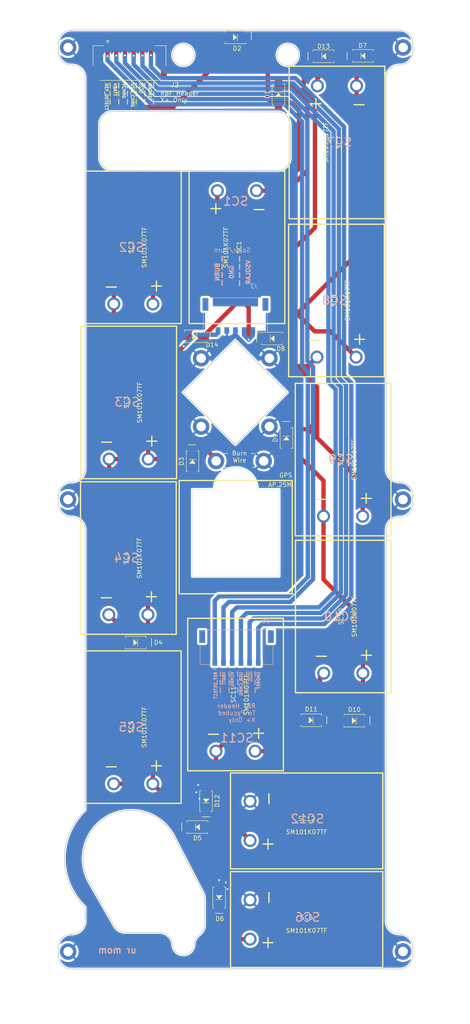
<source format=kicad_pcb>
(kicad_pcb (version 20240108) (generator "pcbnew") (generator_version "8.0")
  (title_block (title "Stationary X Panel") (date "2024-05-08") (rev "1b") (company "Stanford Student Space Initiative") (comment 1 "Finn Hittson, with minor edits by Hunter Liu"))
  (layers (0 "F.Cu" signal) (31 "B.Cu" signal) (34 "B.Paste" user) (35 "F.Paste" user) (36 "B.SilkS" user "B.Silkscreen") (37 "F.SilkS" user "F.Silkscreen") (38 "B.Mask" user) (39 "F.Mask" user) (44 "Edge.Cuts" user))
  (net 0 "")
  (net 1 "VSOLAR")
  (net 2 "GND")
  (net 3 "Net-(D1-K)")
  (net 4 "Net-(D1-A)")
  (net 5 "Net-(D2-A)")
  (net 6 "Net-(D10-K)")
  (net 7 "Net-(D10-A)")
  (net 8 "Net-(D11-A)")
  (net 9 "Net-(D3-A)")
  (net 10 "Net-(D4-A)")
  (net 11 "Net-(D5-A)")
  (net 12 "Net-(D7-A)")
  (net 13 "Net-(D8-A)")
  (net 14 "BURN")
  (net 15 "Net-(D13-A)")
  (net 20 "/VUSB_OUT")
  (net 21 "/VUSB_BATT")
  (net 22 "/VCHRG")
  (net 23 "/VBATT")
  (net 24 "/PYCUBED_GND")
  (net 25 "/PYCUBED_GNDREF")
  (footprint "MountingHole:MountingHole_2.2mm_M2_DIN965_Pad_TopBottom" (layer "F.Cu") (at 108.075 129.165)
    (property "Reference" "H12" (hide yes))
    (property "Value" "MountingHole_Pad" (hide yes))
  )
  (footprint "ssi_solarcell:SM101K07TF" (layer "F.Cu") (at 92.785 83.475 -90)
    (property "Reference" "SC8")
    (property "Value" "SM101K07TF")
  )
  (footprint "ssi_diode:DO-214AC" (layer "F.Cu") (at 60.198 91.694 180)
    (property "Reference" "D14")
    (property "Value" "CDBA240LL")
  )
  (footprint "ssi_diode:DO-214AC" (layer "F.Cu") (at 65.811 220.537 90)
    (property "Reference" "D6")
    (property "Value" "CDBA240LL")
  )
  (footprint "ssi_solarcell:SM101K07TF" (layer "F.Cu") (at 46.085 71.275 -90)
    (property "Reference" "SC2")
    (property "Value" "SM101K07TF")
  )
  (footprint "ssi_diode:DO-214AC" (layer "F.Cu") (at 46.635 161.995 180)
    (property "Reference" "D4")
    (property "Value" "CDBA240LL")
  )
  (footprint "ssi_diode:DO-214AC" (layer "F.Cu") (at 69.55 23.075 180)
    (property "Reference" "D2")
    (property "Value" "CDBA240LL")
  )
  (footprint "MountingHole:MountingHole_2.2mm_M2_DIN965_Pad_TopBottom" (layer "F.Cu") (at 31.095 232.915)
    (property "Reference" "H8" (hide yes))
    (property "Value" "MountingHole_Pad" (hide yes))
  )
  (footprint "ssi_solarcell:SM101K07TF" (layer "F.Cu") (at 69.895 71.275 90)
    (property "Reference" "SC1")
    (property "Value" "SM101K07TF")
  )
  (footprint "ssi_solarcell:SM101K07TF" (layer "F.Cu") (at 85.915 202.935 180)
    (property "Reference" "SC12")
    (property "Value" "SM101K07TF")
  )
  (footprint "ssi_solarcell:SM101K07TF" (layer "F.Cu") (at 69.575 173.925 -90)
    (property "Reference" "SC11")
    (property "Value" "SM101K07TF")
  )
  (footprint "ssi_diode:DO-214AC" (layer "F.Cu") (at 59.69 120.396 -90)
    (property "Reference" "D3")
    (property "Value" "CDBA240LL")
  )
  (footprint "ssi_diode:DO-214AC" (layer "F.Cu") (at 86.985 179.835 180)
    (property "Reference" "D11")
    (property "Value" "CDBA240LL")
  )
  (footprint "ssi_diode:DO-214AC" (layer "F.Cu") (at 60.815 204.335)
    (property "Reference" "D5")
    (property "Value" "CDBA240LL")
  )
  (footprint "ssi_solarcell:SM101K07TF" (layer "F.Cu") (at 94.305 119.995 -90)
    (property "Reference" "SC9")
    (property "Value" "SM101K07TF")
  )
  (footprint "ssi_connector:Molex_205338-0006" (layer "F.Cu") (at 40.2 25.425 180)
    (property "Reference" "J2")
    (property "Value" "2053380006")
  )
  (footprint "MountingHole:MountingHole_2.2mm_M2_DIN965_Pad_TopBottom" (layer "F.Cu") (at 31.075 129.155)
    (property "Reference" "H9" (hide yes))
    (property "Value" "MountingHole_Pad" (hide yes))
  )
  (footprint "ssi_diode:DO-214AC" (layer "F.Cu") (at 79.435 36.195 -90)
    (property "Reference" "D1")
    (property "Value" "CDBA240LL")
  )
  (footprint "ssi_antenna:AP.25M" (layer "F.Cu") (at 69.62 137.8)
    (property "Reference" "AE1" (hide yes))
    (property "Value" "AP.25M")
  )
  (footprint "MountingHole:MountingHole_2.2mm_M2_DIN965_Pad_TopBottom" (layer "F.Cu") (at 61.666115 112.421156)
    (property "Reference" "H3" (hide yes))
    (property "Value" "MountingHole_Pad" (hide yes))
  )
  (footprint "ssi_diode:DO-214AC" (layer "F.Cu") (at 77.978 92.202)
    (property "Reference" "D8")
    (property "Value" "CDBA240LL")
  )
  (footprint "ssi_solarcell:SM101K07TF" (layer "F.Cu") (at 92.895 47.205 90)
    (property "Reference" "SC7")
    (property "Value" "SM101K07TF")
  )
  (footprint "MountingHole:MountingHole_2.2mm_M2_DIN965_Pad_TopBottom" (layer "F.Cu") (at 31.085 25.415)
    (property "Reference" "H10" (hide yes))
    (property "Value" "MountingHole_Pad" (hide yes))
  )
  (footprint "MountingHole:MountingHole_2.2mm_M2_DIN965_Pad_TopBottom" (layer "F.Cu") (at 76.045 120.315)
    (property "Reference" "H2" (hide yes))
    (property "Value" "MountingHole_Pad" (hide yes))
  )
  (footprint "ssi_solarcell:SM101K07TF" (layer "F.Cu") (at 85.915 225.575 180)
    (property "Reference" "SC6")
    (property "Value" "SM101K07TF")
  )
  (footprint "MountingHole:MountingHole_2.2mm_M2_DIN965_Pad_TopBottom" (layer "F.Cu") (at 61.666115 96.723386)
    (property "Reference" "H5" (hide yes))
    (property "Value" "MountingHole_Pad" (hide yes))
  )
  (footprint "ssi_solarcell:SM101K07TF" (layer "F.Cu") (at 46.065 181.405 -90)
    (property "Reference" "SC5")
    (property "Value" "SM101K07TF")
  )
  (footprint "MountingHole:MountingHole_2.2mm_M2_DIN965_Pad_TopBottom" (layer "F.Cu") (at 108.075 232.905)
    (property "Reference" "H7" (hide yes))
    (property "Value" "MountingHole_Pad" (hide yes))
  )
  (footprint "MountingHole:MountingHole_2.2mm_M2_DIN965_Pad_TopBottom" (layer "F.Cu") (at 77.363885 112.421156)
    (property "Reference" "H4" (hide yes))
    (property "Value" "MountingHole_Pad" (hide yes))
  )
  (footprint "ssi_diode:DO-214AC" (layer "F.Cu") (at 89.825 27.415)
    (property "Reference" "D13")
    (property "Value" "CDBA240LL")
  )
  (footprint "ssi_diode:DO-214AC" (layer "F.Cu") (at 81.265 115.025 -90)
    (property "Reference" "D9")
    (property "Value" "CDBA240LL")
  )
  (footprint "ssi_diode:DO-214AC" (layer "F.Cu") (at 62.785 198.375 90)
    (property "Reference" "D12")
    (property "Value" "CDBA240LL")
  )
  (footprint "MountingHole:MountingHole_2.2mm_M2_DIN965_Pad_TopBottom" (layer "F.Cu") (at 108.095 25.405)
    (property "Reference" "H11" (hide yes))
    (property "Value" "MountingHole_Pad" (hide yes))
  )
  (footprint "ssi_solarcell:SM101K07TF" (layer "F.Cu") (at 44.935 142.595 -90)
    (property "Reference" "SC4")
    (property "Value" "SM101K07TF")
  )
  (footprint "ssi_solarcell:SM101K07TF" (layer "F.Cu") (at 45.015 106.875 -90)
    (property "Reference" "SC3")
    (property "Value" "SM101K07TF")
  )
  (footprint "ssi_diode:DO-214AC" (layer "F.Cu") (at 96.895 179.925 180)
    (property "Reference" "D10")
    (property "Value" "CDBA240LL")
  )
  (footprint "ssi_solarcell:SM101K07TF" (layer "F.Cu") (at 94.355 156.015 -90)
    (property "Reference" "SC10")
    (property "Value" "SM101K07TF")
  )
  (footprint "MountingHole:MountingHole_2.2mm_M2_DIN965_Pad_TopBottom" (layer "F.Cu") (at 77.363885 96.723386)
    (property "Reference" "H6" (hide yes))
    (property "Value" "MountingHole_Pad" (hide yes))
  )
  (footprint "MountingHole:MountingHole_2.2mm_M2_DIN965_Pad_TopBottom" (layer "F.Cu") (at 65.1 120.315)
    (property "Reference" "H1" (hide yes))
    (property "Value" "MountingHole_Pad" (hide yes))
  )
  (footprint "ssi_diode:DO-214AC" (layer "F.Cu") (at 98.835 27.325)
    (property "Reference" "D7")
    (property "Value" "CDBA240LL")
  )
  (footprint "ssi_connector:Molex_205338-0005" (layer "B.Cu") (at 65.55 90.35 180)
    (property "Reference" "J3")
    (property "Value" "2053380005")
  )
  (footprint "ssi_connector:Molex_205338-0006" (layer "B.Cu") (at 64.805 166.6 180)
    (property "Reference" "J1")
    (property "Value" "2053380006")
  )
  (gr_line (start 82.145 111.252) (end 80.345 111.252) (stroke (width 0.15)) (layer "F.SilkS"))
  (gr_line (start 63.67 202) (end 61.87 202) (stroke (width 0.15)) (layer "F.SilkS"))
  (gr_line (start 100.47 180.825) (end 100.47 179.025) (stroke (width 0.15)) (layer "F.SilkS"))
  (gr_line (start 57.22 205.25) (end 57.22 203.45) (stroke (width 0.15)) (layer "F.SilkS"))
  (gr_line (start 60.474 116.586) (end 58.674 116.586) (stroke (width 0.15)) (layer "F.SilkS"))
  (gr_line (start 74.438 91.242) (end 74.438 93.042) (stroke (width 0.15)) (layer "F.SilkS"))
  (gr_line (start 66.695 224.15) (end 64.895 224.15) (stroke (width 0.15)) (layer "F.SilkS"))
  (gr_line (start 90.545 178.95) (end 90.545 180.75) (stroke (width 0.15)) (layer "F.SilkS"))
  (gr_line (start 95.22 28.225) (end 95.22 26.425) (stroke (width 0.15)) (layer "F.SilkS"))
  (gr_line (start 86.22 28.325) (end 86.22 26.525) (stroke (width 0.15)) (layer "F.SilkS"))
  (gr_line (start 50.245 162.875) (end 50.245 161.075) (stroke (width 0.15)) (layer "F.SilkS"))
  (gr_line (start 73.195 23.7) (end 73.195 21.9) (stroke (width 0.15)) (layer "F.SilkS"))
  (gr_line (start 63.754 92.594) (end 63.754 90.794) (stroke (width 0.15)) (layer "F.SilkS"))
  (gr_circle (center 81.585 27.105) (end 84.085 27.105) (stroke (width 0.2)) (fill none) (layer "Edge.Cuts"))
  (gr_line (start 104.16 225.905) (end 104.16 136.155) (stroke (width 0.2)) (layer "Edge.Cuts"))
  (gr_arc (start 107.335 125.155) (mid 109.45632 126.03368) (end 110.335 128.155) (stroke (width 0.2)) (layer "Edge.Cuts"))
  (gr_line (start 41.67106 227.049172) (end 35.967089 217.075205) (stroke (width 0.2)) (layer "Edge.Cuts"))
  (gr_arc (start 82.1811 50.693) (mid 81.30242 52.81432) (end 79.1811 53.693) (stroke (width 0.2)) (layer "Edge.Cuts"))
  (gr_line (start 31.835 29.405) (end 32.01 29.405) (stroke (width 0.2)) (layer "Edge.Cuts"))
  (gr_line (start 62.485 220.840832) (end 62.485 226.694897) (stroke (width 0.2)) (layer "Edge.Cuts"))
  (gr_line (start 110.335 233.905) (end 110.335 231.905) (stroke (width 0.2)) (layer "Edge.Cuts"))
  (gr_line (start 35.01 222.681595) (end 35.01 225.905) (stroke (width 0.2)) (layer "Edge.Cuts"))
  (gr_arc (start 110.335 130.155) (mid 109.45632 132.27632) (end 107.335 133.155) (stroke (width 0.2)) (layer "Edge.Cuts"))
  (gr_arc (start 28.835 231.905) (mid 29.71368 229.78368) (end 31.835 228.905) (stroke (width 0.2)) (layer "Edge.Cuts"))
  (gr_arc (start 60.08138 231.339481) (mid 60.43203 230.085337) (end 61.281018 229.097878) (stroke (width 0.2)) (layer "Edge.Cuts"))
  (gr_arc (start 104.16 32.405) (mid 105.03868 30.28368) (end 107.16 29.405) (stroke (width 0.2)) (layer "Edge.Cuts"))
  (gr_arc (start 35.01 225.905) (mid 34.13132 228.02632) (end 32.01 228.905) (stroke (width 0.2)) (layer "Edge.Cuts"))
  (gr_line (start 41.275 40.0826) (end 79.1811 40.1682) (stroke (width 0.2)) (layer "Edge.Cuts"))
  (gr_arc (start 31.835 236.905) (mid 29.71368 236.02632) (end 28.835 233.905) (stroke (width 0.2)) (layer "Edge.Cuts"))
  (gr_arc (start 104.16 136.155) (mid 105.03868 134.03368) (end 107.16 133.155) (stroke (width 0.2)) (layer "Edge.Cuts"))
  (gr_line (start 59.62 146.8) (end 59.62 126.8) (stroke (width 0.1)) (layer "Edge.Cuts"))
  (gr_line (start 110.335 26.405) (end 110.335 24.405) (stroke (width 0.2)) (layer "Edge.Cuts"))
  (gr_arc (start 107.335 21.405) (mid 109.45632 22.28368) (end 110.335 24.405) (stroke (width 0.2)) (layer "Edge.Cuts"))
  (gr_arc (start 31.835 29.405) (mid 29.71368 28.52632) (end 28.835 26.405) (stroke (width 0.2)) (layer "Edge.Cuts"))
  (gr_arc (start 107.335 228.905) (mid 109.45632 229.78368) (end 110.335 231.905) (stroke (width 0.2)) (layer "Edge.Cuts"))
  (gr_line (start 107.335 125.155) (end 107.16 125.155) (stroke (width 0.2)) (layer "Edge.Cuts"))
  (gr_line (start 28.835 128.155) (end 28.835 130.155) (stroke (width 0.2)) (layer "Edge.Cuts"))
  (gr_line (start 32.01 125.155) (end 31.835 125.155) (stroke (width 0.2)) (layer "Edge.Cuts"))
  (gr_arc (start 107.16 228.905) (mid 105.03868 228.02632) (end 104.16 225.905) (stroke (width 0.2)) (layer "Edge.Cuts"))
  (gr_arc (start 28.835 24.405) (mid 29.71368 22.28368) (end 31.835 21.405) (stroke (width 0.2)) (layer "Edge.Cuts"))
  (gr_arc (start 64.62 126.8) (mid 69.62 121.8) (end 74.62 126.8) (stroke (width 0.1)) (layer "Edge.Cuts"))
  (gr_line (start 107.16 133.155) (end 107.335 133.155) (stroke (width 0.2)) (layer "Edge.Cuts"))
  (gr_arc (start 107.16 125.155) (mid 105.03868 124.27632) (end 104.16 122.155) (stroke (width 0.2)) (layer "Edge.Cuts"))
  (gr_line (start 107.16 29.405) (end 107.335 29.405) (stroke (width 0.2)) (layer "Edge.Cuts"))
  (gr_arc (start 31.835 133.155) (mid 29.71368 132.27632) (end 28.835 130.155) (stroke (width 0.2)) (layer "Edge.Cuts"))
  (gr_arc (start 62.485 226.694897) (mid 62.167169 228.038763) (end 61.281018 229.097878) (stroke (width 0.2)) (layer "Edge.Cuts"))
  (gr_arc (start 60.08138 231.339481) (mid 57.598433 233.704964) (end 55.090209 231.366299) (stroke (width 0.2)) (layer "Edge.Cuts"))
  (gr_arc (start 41.275 53.6074) (mid 39.15368 52.72872) (end 38.275 50.6074) (stroke (width 0.2)) (layer "Edge.Cuts"))
  (gr_arc (start 35.01 122.155) (mid 34.13132 124.27632) (end 32.01 125.155) (stroke (width 0.2)) (layer "Edge.Cuts"))
  (gr_line (start 107.335 228.905) (end 107.16 228.905) (stroke (width 0.2)) (layer "Edge.Cuts"))
  (gr_line (start 35.01 32.405) (end 35.01 122.155) (stroke (width 0.2)) (layer "Edge.Cuts"))
  (gr_line (start 110.335 130.155) (end 110.335 128.155) (stroke (width 0.2)) (layer "Edge.Cuts"))
  (gr_arc (start 32.01 133.155) (mid 34.13132 134.03368) (end 35.01 136.155) (stroke (width 0.2)) (layer "Edge.Cuts"))
  (gr_line (start 79.62 126.8) (end 79.62 146.8) (stroke (width 0.1)) (layer "Edge.Cuts"))
  (gr_arc (start 38.275 43.0826) (mid 39.15368 40.96128) (end 41.275 40.0826) (stroke (width 0.2)) (layer "Edge.Cuts"))
  (gr_arc (start 79.1811 40.1682) (mid 81.30242 41.04688) (end 82.1811 43.1682) (stroke (width 0.2)) (layer "Edge.Cuts"))
  (gr_line (start 74.62 126.8) (end 79.62 126.8) (stroke (width 0.1)) (layer "Edge.Cuts"))
  (gr_line (start 32.01 228.905) (end 31.835 228.905) (stroke (width 0.2)) (layer "Edge.Cuts"))
  (gr_line (start 28.835 24.405) (end 28.835 26.405) (stroke (width 0.2)) (layer "Edge.Cuts"))
  (gr_line (start 104.16 122.155) (end 104.16 32.405) (stroke (width 0.2)) (layer "Edge.Cuts"))
  (gr_arc (start 52.09646 228.559857) (mid 54.148245 229.371156) (end 55.090209 231.366299) (stroke (width 0.2)) (layer "Edge.Cuts"))
  (gr_arc (start 110.335 26.405) (mid 109.45632 28.52632) (end 107.335 29.405) (stroke (width 0.2)) (layer "Edge.Cuts"))
  (gr_line (start 79.1811 53.693) (end 41.275 53.6074) (stroke (width 0.2)) (layer "Edge.Cuts"))
  (gr_line (start 59.62 126.8) (end 64.62 126.8) (stroke (width 0.1)) (layer "Edge.Cuts"))
  (gr_circle (center 57.585 27.105) (end 60.085 27.105) (stroke (width 0.2)) (fill none) (layer "Edge.Cuts"))
  (gr_line (start 52.09646 228.559857) (end 44.275276 228.559857) (stroke (width 0.2)) (layer "Edge.Cuts"))
  (gr_line (start 38.275 50.6074) (end 38.275 43.0826) (stroke (width 0.2)) (layer "Edge.Cuts"))
  (gr_arc (start 44.275276 228.559857) (mid 42.769944 228.154843) (end 41.67106 227.049172) (stroke (width 0.2)) (layer "Edge.Cuts"))
  (gr_poly (pts (xy 57.491098 104.569184) (xy 69.511913 92.548369) (xy 81.532729 104.569184) (xy 69.511913 116.59)) (stroke (width 0.2)) (fill none) (layer "Edge.Cuts"))
  (gr_line (start 82.1811 43.1682) (end 82.1811 50.693) (stroke (width 0.2)) (layer "Edge.Cuts"))
  (gr_line (start 79.62 146.8) (end 59.62 146.8) (stroke (width 0.1)) (layer "Edge.Cuts"))
  (gr_line (start 55.422771 206.478162) (end 62.148747 219.460813) (stroke (width 0.2)) (layer "Edge.Cuts"))
  (gr_arc (start 62.148747 219.460813) (mid 62.399723 220.130636) (end 62.485 220.840832) (stroke (width 0.2)) (layer "Edge.Cuts"))
  (gr_line (start 28.835 231.905) (end 28.835 233.905) (stroke (width 0.2)) (layer "Edge.Cuts"))
  (gr_arc (start 32.01 29.405) (mid 34.13132 30.28368) (end 35.01 32.405) (stroke (width 0.2)) (layer "Edge.Cuts"))
  (gr_line (start 107.335 21.405) (end 31.835 21.405) (stroke (width 0.2)) (layer "Edge.Cuts"))
  (gr_arc (start 35.967089 217.075205) (mid 40.285339 201.844927) (end 55.422771 206.478162) (stroke (width 0.2)) (layer "Edge.Cuts"))
  (gr_arc (start 110.335 233.905) (mid 109.45632 236.02632) (end 107.335 236.905) (stroke (width 0.2)) (layer "Edge.Cuts"))
  (gr_line (start 31.835 133.155) (end 32.01 133.155) (stroke (width 0.2)) (layer "Edge.Cuts"))
  (gr_arc (start 35.01 222.681595) (mid 30.249088 211.574858) (end 35.01 200.468119) (stroke (width 0.2)) (layer "Edge.Cuts"))
  (gr_line (start 31.835 236.905) (end 107.335 236.905) (stroke (width 0.2)) (layer "Edge.Cuts"))
  (gr_line (start 35.01 136.155) (end 35.01 200.468119) (stroke (width 0.2)) (layer "Edge.Cuts"))
  (gr_arc (start 28.835 128.155) (mid 29.71368 126.03368) (end 31.835 125.155) (stroke (width 0.2)) (layer "Edge.Cuts"))
  (gr_text "SC11" (at 69.85 183.896 0) (layer "B.SilkS") (effects (font (size 2 2) (thickness 0.3)) (justify mirror)))
  (gr_text "USB_CHRG" (at 71.247 168.5925 -270) (layer "B.SilkS") (effects (font (size 0.7 0.7) (thickness 0.175) (bold yes)) (justify left bottom mirror)))
  (gr_text "----" (at 67.25 80.575 90) (layer "B.SilkS") (effects (font (size 1.5 1.5) (thickness 0.3) (bold yes)) (justify left bottom)))
  (gr_text "---" (at 69.31175 173.99 -90) (layer "B.SilkS") (effects (font (size 1.5 1.5) (thickness 0.2)) (justify left bottom mirror)))
  (gr_text "SC1" (at 69.596 60.706 0) (layer "B.SilkS") (effects (font (size 2 2) (thickness 0.3)) (justify mirror)))
  (gr_text "---" (at 71.31175 173.99 -90) (layer "B.SilkS") (effects (font (size 1.5 1.5) (thickness 0.2)) (justify left bottom mirror)))
  (gr_text "BURN" (at 65.975 74.725 90) (layer "B.SilkS") (effects (font (size 1 1) (thickness 0.25) (bold yes)) (justify left bottom mirror)))
  (gr_text "SC3" (at 44.67 106.8 0) (layer "B.SilkS") (effects (font (size 2 2) (thickness 0.3)) (justify mirror)))
  (gr_text "---" (at 67.31175 173.99 -90) (layer "B.SilkS") (effects (font (size 1.5 1.5) (thickness 0.2)) (justify left bottom mirror)))
  (gr_text "SC10" (at 93.77 156.025 0) (layer "B.SilkS") (effects (font (size 2 2) (thickness 0.3)) (justify mirror)))
  (gr_text "REF_DETECT" (at 65.405 168.5925 -270) (layer "B.SilkS") (effects (font (size 0.7 0.7) (thickness 0.175) (bold yes)) (justify left bottom mirror)))
  (gr_text "GNDREF" (at 75.2475 168.5925 -270) (layer "B.SilkS") (effects (font (size 0.7 0.7) (thickness 0.175) (bold yes)) (justify left bottom mirror)))
  (gr_text "---" (at 73.31175 173.99 -90) (layer "B.SilkS") (effects (font (size 1.5 1.5) (thickness 0.2)) (justify left bottom mirror)))
  (gr_text "SC7" (at 93.445 47.15 0) (layer "B.SilkS") (effects (font (size 2 2) (thickness 0.3)) (justify mirror)))
  (gr_text "GND" (at 73.3425 168.5925 -270) (layer "B.SilkS" knockout) (effects (font (size 0.7 0.7) (thickness 0.175) (bold yes)) (justify left bottom mirror)))
  (gr_text "SC2" (at 45.645 71.275 0) (layer "B.SilkS") (effects (font (size 2 2) (thickness 0.3)) (justify mirror)))
  (gr_text "VCHRG\n" (at 69.215 168.575 -270) (layer "B.SilkS") (effects (font (size 0.7 0.7) (thickness 0.175) (bold yes)) (justify left bottom mirror)))
  (gr_text "----" (at 71.275 80.625 90) (layer "B.SilkS") (effects (font (size 1.5 1.5) (thickness 0.3) (bold yes)) (justify left bottom)))
  (gr_text "ur mom" (at 46.985 233.465 0) (layer "B.SilkS") (effects (font (size 1.5 1.5) (thickness 0.3) (bold yes)) (justify left bottom mirror)))
  (gr_text "GND" (at 69.25 75.3 90) (layer "B.SilkS") (effects (font (size 1 1) (thickness 0.25) (bold yes)) (justify left bottom mirror)))
  (gr_text "---" (at 65.31175 173.99 -90) (layer "B.SilkS") (effects (font (size 1.5 1.5) (thickness 0.2)) (justify left bottom mirror)))
  (gr_text "SC9" (at 93.82 119.925 0) (layer "B.SilkS") (effects (font (size 2 2) (thickness 0.3)) (justify mirror)))
  (gr_text "SC4" (at 44.52 142.6 0) (layer "B.SilkS") (effects (font (size 2 2) (thickness 0.3)) (justify mirror)))
  (gr_text "Solar/Burn" (at 73.095 72.49 0) (layer "B.SilkS") (effects (font (size 1 1)) (justify left bottom mirror)))
  (gr_text "SC6" (at 86.145 225.05 0) (layer "B.SilkS") (effects (font (size 2 2) (thickness 0.3)) (justify mirror)))
  (gr_text "SC5" (at 45.595 181.425 0) (layer "B.SilkS") (effects (font (size 2 2) (thickness 0.3)) (justify mirror)))
  (gr_text "VSOLAR" (at 73.075 74.075 90) (layer "B.SilkS") (effects (font (size 1 1) (thickness 0.25) (bold yes)) (justify left bottom mirror)))
  (gr_text "SC12" (at 86.095 202.475 0) (layer "B.SilkS") (effects (font (size 2 2) (thickness 0.3)) (justify mirror)))
  (gr_text "RBF Header\nTo Pycubed\nX+ Only" (at 74.25 180.34 0) (layer "B.SilkS") (effects (font (size 1 1)) (justify left bottom mirror)))
  (gr_text "SC8" (at 92.32 83.45 0) (layer "B.SilkS") (effects (font (size 2 2) (thickness 0.3)) (justify mirror)))
  (gr_text "VBATT" (at 67.31 168.5925 -270) (layer "B.SilkS") (effects (font (size 0.7 0.7) (thickness 0.175) (bold yes)) (justify left bottom mirror)))
  (gr_text "REF_DETECT" (at 39.5 33.5 270) (layer "F.SilkS") (effects (font (size 0.7 0.7) (thickness 0.175) (bold yes)) (justify left bottom)))
  (gr_text "---" (at 51.5 38.915 90) (layer "F.SilkS") (effects (font (size 1.5 1.5) (thickness 0.2)) (justify left bottom)))
  (gr_text "---" (at 41.5 38.915 90) (layer "F.SilkS") (effects (font (size 1.5 1.5) (thickness 0.2)) (justify left bottom)))
  (gr_text "RBF Header\nX+ Only" (at 52.195 38.09 0) (layer "F.SilkS") (effects (font (size 1 1)) (justify left bottom)))
  (gr_text "VBATT" (at 41.5 33.5 270) (layer "F.SilkS") (effects (font (size 0.7 0.7) (thickness 0.175) (bold yes)) (justify left bottom)))
  (gr_text "USB_CHRG" (at 45.5 33.5 270) (layer "F.SilkS") (effects (font (size 0.7 0.7) (thickness 0.175) (bold yes)) (justify left bottom)))
  (gr_text "---" (at 49.5 38.915 90) (layer "F.SilkS") (effects (font (size 1.5 1.5) (thickness 0.2)) (justify left bottom)))
  (gr_text "- Burn -\nWire\n-       -" (at 70.495 120.15 0) (layer "F.SilkS") (effects (font (size 1 1))))
  (gr_text "AP.25M" (at 79.795 125.75 0) (layer "F.SilkS") (effects (font (size 1 1))))
  (gr_text "---" (at 43.5 38.915 90) (layer "F.SilkS") (effects (font (size 1.5 1.5) (thickness 0.2)) (justify left bottom)))
  (gr_text "---" (at 45.5 38.915 90) (layer "F.SilkS") (effects (font (size 1.5 1.5) (thickness 0.2)) (justify left bottom)))
  (gr_text "GPS" (at 81.12 123.6 0) (layer "F.SilkS") (effects (font (size 1 1))))
  (gr_text "GND" (at 47.5 33.5 270) (layer "F.SilkS" knockout) (effects (font (size 0.7 0.7) (thickness 0.175) (bold yes)) (justify left bottom)))
  (gr_text "GNDREF" (at 49.5 33.5 270) (layer "F.SilkS") (effects (font (size 0.7 0.7) (thickness 0.175) (bold yes)) (justify left bottom)))
  (gr_text "---" (at 47.5 38.915 90) (layer "F.SilkS") (effects (font (size 1.5 1.5) (thickness 0.2)) (justify left bottom)))
  (gr_text "VCHRG\n" (at 43.5 33.5 270) (layer "F.SilkS") (effects (font (size 0.7 0.7) (thickness 0.175) (bold yes)) (justify left bottom)))
  (segment (start 72.595 92.456) (end 72.595 85.075) (width 1) (layer "F.Cu") (net 1))
  (segment (start 70.352786 83.539214) (end 62.198 91.694) (width 1) (layer "F.Cu") (net 1))
  (segment (start 87.825 66.763428) (end 71.059214 83.529214) (width 1) (layer "F.Cu") (net 1))
  (segment (start 87.825 27.415) (end 86.225 27.415) (width 1) (layer "F.Cu") (net 1))
  (segment (start 71.059214 83.539214) (end 70.352786 83.539214) (width 1) (layer "F.Cu") (net 1))
  (segment (start 72.595 85.075) (end 71.059214 83.539214) (width 1) (layer "F.Cu") (net 1))
  (segment (start 85.275 35.305) (end 87.825 37.855) (width 1) (layer "F.Cu") (net 1))
  (segment (start 86.225 27.415) (end 85.275 28.365) (width 1) (layer "F.Cu") (net 1))
  (segment (start 87.825 37.855) (end 87.825 66.763428) (width 1) (layer "F.Cu") (net 1))
  (segment (start 71.059214 83.539214) (end 71.059214 83.529214) (width 1) (layer "F.Cu") (net 1))
  (segment (start 85.275 28.365) (end 85.275 35.305) (width 1) (layer "F.Cu") (net 1))
  (via (at 72.595 92.456) (size 0.8) (drill 0.4) (layers "F.Cu" "B.Cu") (net 1))
  (segment (start 73.535 91.516) (end 73.535 91.093) (width 1) (layer "B.Cu") (net 1))
  (segment (start 72.595 92.456) (end 73.535 91.516) (width 1) (layer "B.Cu") (net 1))
  (segment (start 72.595 92.456) (end 71.535 91.396) (width 1) (layer "B.Cu") (net 1))
  (segment (start 71.535 91.396) (end 71.535 91.093) (width 1) (layer "B.Cu") (net 1))
  (segment (start 65.813 218.537) (end 67.315 217.035) (width 1) (layer "F.Cu") (net 2))
  (segment (start 65.811 216.529) (end 65.815 216.525) (width 1) (layer "F.Cu") (net 2))
  (segment (start 65.811 218.537) (end 65.811 216.529) (width 1) (layer "F.Cu") (net 2))
  (segment (start 62.785 196.375) (end 62.675 196.375) (width 1) (layer "F.Cu") (net 2))
  (segment (start 65.811 218.537) (end 67.707 218.537) (width 1) (layer "F.Cu") (net 2))
  (segment (start 60.585 196.375) (end 60.565 196.355) (width 1) (layer "F.Cu") (net 2))
  (segment (start 65.811 218.537) (end 65.813 218.537) (width 1) (layer "F.Cu") (net 2))
  (segment (start 62.675 196.375) (end 60.995 194.695) (width 1) (layer "F.Cu") (net 2))
  (segment (start 67.707 218.537) (end 67.735 218.565) (width 1) (layer "F.Cu") (net 2))
  (segment (start 62.785 196.375) (end 62.725 196.375) (width 1) (layer "F.Cu") (net 2))
  (segment (start 62.725 196.375) (end 61.275 197.825) (width 1) (layer "F.Cu") (net 2))
  (segment (start 62.785 196.375) (end 60.585 196.375) (width 1) (layer "F.Cu") (net 2))
  (via (at 67.735 218.565) (size 0.8) (drill 0.4) (layers "F.Cu" "B.Cu") (net 2))
  (via (at 65.815 216.525) (size 0.8) (drill 0.4) (layers "F.Cu" "B.Cu") (net 2))
  (via (at 60.565 196.355) (size 0.8) (drill 0.4) (layers "F.Cu" "B.Cu") (net 2))
  (via (at 67.315 217.035) (size 0.8) (drill 0.4) (layers "F.Cu" "B.Cu") (net 2))
  (via (at 60.995 194.695) (size 0.8) (drill 0.4) (layers "F.Cu" "B.Cu") (net 2))
  (via (at 61.275 197.825) (size 0.8) (drill 0.4) (layers "F.Cu" "B.Cu") (net 2))
  (segment (start 74.879386 96.723386) (end 77.363885 96.723386) (width 1) (layer "B.Cu") (net 2))
  (segment (start 69.535 90.765) (end 69.535 91.247) (width 1) (layer "B.Cu") (net 2))
  (segment (start 69.535 91.247) (end 64.058614 96.723386) (width 1) (layer "B.Cu") (net 2))
  (segment (start 69.535 91.379) (end 74.879386 96.723386) (width 1) (layer "B.Cu") (net 2))
  (segment (start 69.535 90.765) (end 69.535 91.379) (width 1) (layer "B.Cu") (net 2))
  (segment (start 64.058614 96.723386) (end 61.666115 96.723386) (width 1) (layer "B.Cu") (net 2))
  (segment (start 78.205 61.525) (end 86.075 53.655) (width 1) (layer "F.Cu") (net 3))
  (segment (start 59.035 90.857) (end 58.198 91.694) (width 1) (layer "F.Cu") (net 3))
  (segment (start 65.395 61.525) (end 65.395 58.275) (width 1) (layer "F.Cu") (net 3))
  (segment (start 65.395 61.525) (end 78.205 61.525) (width 1) (layer "F.Cu") (net 3))
  (segment (start 82.065 34.195) (end 79.435 34.195) (width 1) (layer "F.Cu") (net 3))
  (segment (start 86.075 53.655) (end 86.075 38.205) (width 1) (layer "F.Cu") (net 3))
  (segment (start 59.035 67.885) (end 59.035 90.857) (width 1) (layer "F.Cu") (net 3))
  (segment (start 65.395 61.525) (end 59.035 67.885) (width 1) (layer "F.Cu") (net 3))
  (segment (start 86.075 38.205) (end 82.065 34.195) (width 1) (layer "F.Cu") (net 3))
  (segment (start 37.08 61.75) (end 37.08 41.24) (width 1) (layer "F.Cu") (net 4))
  (segment (start 37.08 41.24) (end 39.245 39.075) (width 1) (layer "F.Cu") (net 4))
  (segment (start 77.985 38.195) (end 79.435 38.195) (width 1) (layer "F.Cu") (net 4))
  (segment (start 79.075 58.275) (end 84.165 53.185) (width 1) (layer "F.Cu") (net 4))
  (segment (start 84.165 39.805) (end 82.555 38.195) (width 1) (layer "F.Cu") (net 4))
  (segment (start 50.585 84.275) (end 50.585 75.255) (width 1) (layer "F.Cu") (net 4))
  (segment (start 84.165 53.185) (end 84.165 39.805) (width 1) (layer "F.Cu") (net 4))
  (segment (start 71.275 23.075) (end 75.955 23.075) (width 1) (layer "F.Cu") (net 4))
  (segment (start 39.245 39.075) (end 55.275 39.075) (width 1) (layer "F.Cu") (net 4))
  (segment (start 50.585 75.255) (end 37.08 61.75) (width 1) (layer "F.Cu") (net 4))
  (segment (start 55.275 39.075) (end 71.275 23.075) (width 1) (layer "F.Cu") (net 4))
  (segment (start 74.395 58.275) (end 79.075 58.275) (width 1) (layer "F.Cu") (net 4))
  (segment (start 75.955 23.075) (end 76.985 24.105) (width 1) (layer "F.Cu") (net 4))
  (segment (start 76.985 37.195) (end 77.985 38.195) (width 1) (layer "F.Cu") (net 4))
  (segment (start 76.985 24.105) (end 76.985 37.195) (width 1) (layer "F.Cu") (net 4))
  (segment (start 82.555 38.195) (end 79.435 38.195) (width 1) (layer "F.Cu") (net 4))
  (segment (start 41.585 71.635) (end 35.88 65.93) (width 1) (layer "F.Cu") (net 5))
  (segment (start 37.895 23.025) (end 67.325 23.025) (width 1) (layer "F.Cu") (net 5))
  (segment (start 55.035 119.875) (end 49.515 119.875) (width 1) (layer "F.Cu") (net 5))
  (segment (start 35.88 25.04) (end 37.895 23.025) (width 1) (layer "F.Cu") (net 5))
  (segment (start 59.69 118.396) (end 56.514 118.396) (width 1) (layer "F.Cu") (net 5))
  (segment (start 56.514 118.396) (end 55.035 119.875) (width 1) (layer "F.Cu") (net 5))
  (segment (start 41.585 84.275) (end 41.585 96.405) (width 1) (layer "F.Cu") (net 5))
  (segment (start 49.515 104.335) (end 49.515 119.875) (width 1) (layer "F.Cu") (net 5))
  (segment (start 35.88 65.93) (end 35.88 25.04) (width 1) (layer "F.Cu") (net 5))
  (segment (start 41.585 96.405) (end 49.515 104.335) (width 1) (layer "F.Cu") (net 5))
  (segment (start 41.585 84.275) (end 41.585 71.635) (width 1) (layer "F.Cu") (net 5))
  (segment (start 81.981 117.025) (end 89.805 124.849) (width 1) (layer "F.Cu") (net 6))
  (segment (start 89.805 132.995) (end 89.805 147.525) (width 1) (layer "F.Cu") (net 6))
  (segment (start 98.855 169.015) (end 98.855 179.885) (width 1) (layer "F.Cu") (net 6))
  (segment (start 81.265 117.025) (end 81.981 117.025) (width 1) (layer "F.Cu") (net 6))
  (segment (start 89.805 147.525) (end 98.855 156.575) (width 1) (layer "F.Cu") (net 6))
  (segment (start 98.855 156.575) (end 98.855 169.015) (width 1) (layer "F.Cu") (net 6))
  (segment (start 89.805 124.849) (end 89.805 132.995) (width 1) (layer "F.Cu") (net 6))
  (segment (start 98.855 179.885) (end 98.895 179.925) (width 1) (layer "F.Cu") (net 6))
  (segment (start 81.895 186.925) (end 74.075 186.925) (width 1) (layer "F.Cu") (net 7))
  (segment (start 88.985 179.835) (end 88.985 169.885) (width 1) (layer "F.Cu") (net 7))
  (segment (start 89.075 179.925) (end 88.985 179.835) (width 1) (layer "F.Cu") (net 7))
  (segment (start 88.985 169.885) (end 89.855 169.015) (width 1) (layer "F.Cu") (net 7))
  (segment (start 88.985 179.835) (end 81.895 186.925) (width 1) (layer "F.Cu") (net 7))
  (segment (start 94.895 179.925) (end 89.075 179.925) (width 1) (layer "F.Cu") (net 7))
  (segment (start 72.165 179.835) (end 65.075 186.925) (width 1) (layer "F.Cu") (net 8))
  (segment (start 64.245 200.375) (end 65.075 199.545) (width 1) (layer "F.Cu") (net 8))
  (segment (start 84.985 179.835) (end 72.165 179.835) (width 1) (layer "F.Cu") (net 8))
  (segment (start 65.075 199.545) (end 72.915 207.385) (width 1) (layer "F.Cu") (net 8))
  (segment (start 72.915 207.385) (end 72.915 207.435) (width 1) (layer "F.Cu") (net 8))
  (segment (start 65.075 198.085) (end 65.075 199.545) (width 1) (layer "F.Cu") (net 8))
  (segment (start 62.785 200.375) (end 64.245 200.375) (width 1) (layer "F.Cu") (net 8))
  (segment (start 65.075 198.085) (end 65.075 186.925) (width 1) (layer "F.Cu") (net 8))
  (segment (start 59.69 122.396) (end 59.658 122.428) (width 1) (layer "F.Cu") (net 9))
  (segment (start 48.635 159.065) (end 49.435 158.265) (width 1) (layer "F.Cu") (net 9))
  (segment (start 49.435 158.265) (end 49.435 155.595) (width 1) (layer "F.Cu") (net 9))
  (segment (start 49.435 143.675) (end 40.515 134.755) (width 1) (layer "F.Cu") (net 9))
  (segment (start 48.635 161.995) (end 48.635 159.065) (width 1) (layer "F.Cu") (net 9))
  (segment (start 59.658 122.428) (end 47.748 122.428) (width 1) (layer "F.Cu") (net 9))
  (segment (start 49.435 155.595) (end 49.435 143.675) (width 1) (layer "F.Cu") (net 9))
  (segment (start 40.515 134.755) (end 40.515 119.875) (width 1) (layer "F.Cu") (net 9))
  (segment (start 47.748 122.428) (end 45.195 119.875) (width 1) (layer "F.Cu") (net 9))
  (segment (start 45.195 119.875) (end 40.515 119.875) (width 1) (layer "F.Cu") (net 9))
  (segment (start 50.565 187.195) (end 44.635 181.265) (width 1) (layer "F.Cu") (net 10))
  (segment (start 44.635 161.995) (end 44.635 159.795) (width 1) (layer "F.Cu") (net 10))
  (segment (start 58.815 202.655) (end 55.9 199.74) (width 1) (layer "F.Cu") (net 10))
  (segment (start 55.9 199.74) (end 50.565 194.405) (width 1) (layer "F.Cu") (net 10))
  (segment (start 44.635 159.795) (end 40.435 155.595) (width 1) (layer "F.Cu") (net 10))
  (segment (start 58.815 204.335) (end 58.815 202.655) (width 1) (layer "F.Cu") (net 10))
  (segment (start 44.635 181.265) (end 44.635 161.995) (width 1) (layer "F.Cu") (net 10))
  (segment (start 50.565 194.405) (end 50.565 187.195) (width 1) (layer "F.Cu") (net 10))
  (segment (start 62.992425 207.585) (end 58.745 207.585) (width 1) (layer "F.Cu") (net 11))
  (segment (start 62.992425 207.585) (end 62.992425 204.512425) (width 1) (layer "F.Cu") (net 11))
  (segment (start 69.185 230.075) (end 72.915 230.075) (width 1) (layer "F.Cu") (net 11))
  (segment (start 45.565 194.405) (end 41.565 194.405) (width 1) (layer "F.Cu") (net 11))
  (segment (start 65.811 226.701) (end 69.185 230.075) (width 1) (layer "F.Cu") (net 11))
  (segment (start 64.527 222.537) (end 63.575 221.585) (width 1) (layer "F.Cu") (net 11))
  (segment (start 58.745 207.585) (end 45.565 194.405) (width 1) (layer "F.Cu") (net 11))
  (segment (start 62.992425 204.512425) (end 62.815 204.335) (width 1) (layer "F.Cu") (net 11))
  (segment (start 65.811 222.537) (end 64.527 222.537) (width 1) (layer "F.Cu") (net 11))
  (segment (start 65.811 222.537) (end 65.811 226.701) (width 1) (layer "F.Cu") (net 11))
  (segment (start 63.575 208.167575) (end 62.992425 207.585) (width 1) (layer "F.Cu") (net 11))
  (segment (start 63.575 221.585) (end 63.575 208.167575) (width 1) (layer "F.Cu") (net 11))
  (segment (start 100.835 28.845) (end 100.835 27.325) (width 1) (layer "F.Cu") (net 12))
  (segment (start 83.82 86.43) (end 83.82 86.614) (width 1) (layer "F.Cu") (net 12))
  (segment (start 81.75 86.43) (end 75.978 92.202) (width 1) (layer "F.Cu") (net 12))
  (segment (start 91.375 90.565) (end 97.285 96.475) (width 1) (layer "F.Cu") (net 12))
  (segment (start 97.395 32.285) (end 100.835 28.845) (width 1) (layer "F.Cu") (net 12))
  (segment (start 87.771 90.565) (end 91.375 90.565) (width 1) (layer "F.Cu") (net 12))
  (segment (start 97.395 34.205) (end 97.395 72.855) (width 1) (layer "F.Cu") (net 12))
  (segment (start 97.395 34.205) (end 97.395 32.285) (width 1) (layer "F.Cu") (net 12))
  (segment (start 97.395 72.855) (end 83.82 86.43) (width 1) (layer "F.Cu") (net 12))
  (segment (start 83.82 86.614) (end 87.771 90.565) (width 1) (layer "F.Cu") (net 12))
  (segment (start 83.82 86.43) (end 81.75 86.43) (width 1) (layer "F.Cu") (net 12))
  (segment (start 98.805 125.455) (end 98.805 132.995) (width 1) (layer "F.Cu") (net 13))
  (segment (start 86.36 101.346) (end 83.566 98.552) (width 1) (layer "F.Cu") (net 13))
  (segment (start 86.375 113.025) (end 88.335 114.985) (width 1) (layer "F.Cu") (net 13))
  (segment (start 83.566 98.552) (end 86.208 98.552) (width 1) (layer "F.Cu") (net 13))
  (segment (start 79.978 94.964) (end 79.978 92.202) (width 1) (layer "F.Cu") (net 13))
  (segment (start 86.208 101.194) (end 86.36 101.346) (width 1) (layer "F.Cu") (net 13))
  (segment (start 83.566 98.552) (end 79.978 94.964) (width 1) (layer "F.Cu") (net 13))
  (segment (start 86.208 98.552) (end 86.208 101.194) (width 1) (layer "F.Cu") (net 13))
  (segment (start 88.335 103.321) (end 86.36 101.346) (width 1) (layer "F.Cu") (net 13))
  (segment (start 87.132 112.268) (end 88.335 112.268) (width 1) (layer "F.Cu") (net 13))
  (segment (start 86.375 113.025) (end 87.132 112.268) (width 1) (layer "F.Cu") (net 13))
  (segment (start 88.335 114.985) (end 98.805 125.455) (width 1) (layer "F.Cu") (net 13))
  (segment (start 88.335 112.268) (end 88.335 103.321) (width 1) (layer "F.Cu") (net 13))
  (segment (start 81.265 113.025) (end 86.375 113.025) (width 1) (layer "F.Cu") (net 13))
  (segment (start 88.335 114.985) (end 88.335 112.268) (width 1) (layer "F.Cu") (net 13))
  (segment (start 86.208 98.552) (end 88.285 96.475) (width 1) (layer "F.Cu") (net 13))
  (segment (start 65.1 119.964) (end 65.1 120.315) (width 1) (layer "F.Cu") (net 14))
  (segment (start 55.995 110.859) (end 65.1 119.964) (width 1) (layer "F.Cu") (net 14))
  (segment (start 55.995 95.643) (end 55.995 110.859) (width 1) (layer "F.Cu") (net 14))
  (segment (start 57.658 93.98) (end 55.995 95.643) (width 1) (layer "F.Cu") (net 14))
  (via (at 57.658 93.98) (size 0.8) (drill 0.4) (layers "F.Cu" "B.Cu") (net 14))
  (segment (start 57.658 93.98) (end 60.298 91.34) (width 1) (layer "B.Cu") (net 14))
  (segment (start 60.298 91.34) (end 65.187108 91.34) (width 1) (layer "B.Cu") (net 14))
  (segment (start 65.187108 91.34) (end 65.535 90.992108) (width 1) (layer "B.Cu") (net 14))
  (segment (start 65.535 90.992108) (end 65.535 90.765) (width 1) (layer "B.Cu") (net 14))
  (segment (start 88.395 34.205) (end 88.395 32.455) (width 1) (layer "F.Cu") (net 15))
  (segment (start 88.395 32.455) (end 91.825 29.025) (width 1) (layer "F.Cu") (net 15))
  (segment (start 96.835 27.325) (end 91.915 27.325) (width 1) (layer "F.Cu") (net 15))
  (segment (start 91.915 27.325) (end 91.825 27.415) (width 1) (layer "F.Cu") (net 15))
  (segment (start 91.825 29.025) (end 91.825 27.415) (width 1) (layer "F.Cu") (net 15))
  (segment (start 40.15 25.71) (end 40.15 27.37) (width 1) (layer "F.Cu") (net 20))
  (segment (start 40.15 27.37) (end 40.145 27.375) (width 0.635) (layer "F.Cu") (net 20))
  (via (at 40.145 27.375) (size 0.8) (drill 0.4) (layers "F.Cu" "B.Cu") (net 20))
  (segment (start 84.885 42.45028) (end 84.885 98.455) (width 1) (layer "B.Cu") (net 20))
  (segment (start 65.786 151.384) (end 64.805 152.365) (width 1) (layer "B.Cu") (net 20))
  (segment (start 80.87472 38.44) (end 84.885 42.45028) (width 1) (layer "B.Cu") (net 20))
  (segment (start 86.195 146.977) (end 81.788 151.384) (width 1) (layer "B.Cu") (net 20))
  (segment (start 50.20472 38.44) (end 80.87472 38.44) (width 1) (layer "B.Cu") (net 20))
  (segment (start 81.788 151.384) (end 65.786 151.384) (width 1) (layer "B.Cu") (net 20))
  (segment (start 84.885 98.455) (end 86.195 99.765) (width 1) (layer "B.Cu") (net 20))
  (segment (start 40.145 27.375) (end 40.145 28.38028) (width 1) (layer "B.Cu") (net 20))
  (segment (start 86.195 99.765) (end 86.195 146.977) (width 1) (layer "B.Cu") (net 20))
  (segment (start 64.805 152.365) (end 64.805 166.685) (width 1) (layer "B.Cu") (net 20))
  (segment (start 40.145 28.38028) (end 50.20472 38.44) (width 1) (layer "B.Cu") (net 20))
  (segment (start 42.15 27.26) (end 42.175 27.285) (width 0.635) (layer "F.Cu") (net 21))
  (segment (start 42.15 25.71) (end 42.15 27.26) (width 1) (layer "F.Cu") (net 21))
  (via (at 42.175 27.285) (size 0.8) (drill 0.4) (layers "F.Cu" "B.Cu") (net 21))
  (segment (start 42.175 27.285) (end 42.175 28.713224) (width 1) (layer "B.Cu") (net 21))
  (segment (start 42.175 28.713224) (end 50.701776 37.24) (width 1) (layer "B.Cu") (net 21))
  (segment (start 86.085 41.953224) (end 86.085 97.38627) (width 1) (layer "B.Cu") (net 21))
  (segment (start 87.395 147.474056) (end 82.215056 152.654) (width 1) (layer "B.Cu") (net 21))
  (segment (start 86.085 97.38627) (end 87.395 98.69627) (width 1) (layer "B.Cu") (net 21))
  (segment (start 50.701776 37.24) (end 81.371776 37.24) (width 1) (layer "B.Cu") (net 21))
  (segment (start 81.371776 37.24) (end 86.085 41.953224) (width 1) (layer "B.Cu") (net 21))
  (segment (start 66.805 153.921) (end 66.805 166.685) (width 1) (layer "B.Cu") (net 21))
  (segment (start 68.072 152.654) (end 66.805 153.921) (width 1) (layer "B.Cu") (net 21))
  (segment (start 82.215056 152.654) (end 68.072 152.654) (width 1) (layer "B.Cu") (net 21))
  (segment (start 87.395 98.69627) (end 87.395 147.474056) (width 1) (layer "B.Cu") (net 21))
  (segment (start 44.15 27.19) (end 44.135 27.205) (width 0.635) (layer "F.Cu") (net 22))
  (segment (start 44.15 25.71) (end 44.15 27.19) (width 1) (layer "F.Cu") (net 22))
  (via (at 44.135 27.205) (size 0.8) (drill 0.4) (layers "F.Cu" "B.Cu") (net 22))
  (segment (start 44.135 28.976168) (end 51.198832 36.04) (width 1) (layer "B.Cu") (net 22))
  (segment (start 90.925 102.214494) (end 92.585 103.874494) (width 1) (layer "B.Cu") (net 22))
  (segment (start 88.755112 153.924) (end 69.85 153.924) (width 1) (layer "B.Cu") (net 22))
  (segment (start 44.135 27.205) (end 44.135 28.976168) (width 1) (layer "B.Cu") (net 22))
  (segment (start 92.585 150.094112) (end 88.755112 153.924) (width 1) (layer "B.Cu") (net 22))
  (segment (start 92.585 103.874494) (end 92.585 150.094112) (width 1) (layer "B.Cu") (net 22))
  (segment (start 90.925 45.096168) (end 90.925 102.214494) (width 1) (layer "B.Cu") (net 22))
  (segment (start 51.198832 36.04) (end 81.868832 36.04) (width 1) (layer "B.Cu") (net 22))
  (segment (start 69.85 153.924) (end 68.805 154.969) (width 1) (layer "B.Cu") (net 22))
  (segment (start 68.805 154.969) (end 68.805 166.685) (width 1) (layer "B.Cu") (net 22))
  (segment (start 81.868832 36.04) (end 90.925 45.096168) (width 1) (layer "B.Cu") (net 22))
  (segment (start 46.15 27.31) (end 46.145 27.315) (width 0.635) (layer "F.Cu") (net 23))
  (segment (start 46.15 25.71) (end 46.15 27.31) (width 1) (layer "F.Cu") (net 23))
  (via (at 46.145 27.315) (size 0.8) (drill 0.4) (layers "F.Cu" "B.Cu") (net 23))
  (segment (start 92.125 44.599112) (end 92.125 101.717438) (width 1) (layer "B.Cu") (net 23))
  (segment (start 93.785 103.377438) (end 93.785 150.591168) (width 1) (layer "B.Cu") (net 23))
  (segment (start 89.182168 155.194) (end 72.136 155.194) (width 1) (layer "B.Cu") (net 23))
  (segment (start 46.145 27.315) (end 46.145 29.289112) (width 1) (layer "B.Cu") (net 23))
  (segment (start 46.145 29.289112) (end 51.695888 34.84) (width 1) (layer "B.Cu") (net 23))
  (segment (start 51.695888 34.84) (end 82.365888 34.84) (width 1) (layer "B.Cu") (net 23))
  (segment (start 93.785 150.591168) (end 89.182168 155.194) (width 1) (layer "B.Cu") (net 23))
  (segment (start 92.125 101.717438) (end 93.785 103.377438) (width 1) (layer "B.Cu") (net 23))
  (segment (start 70.805 156.525) (end 70.805 166.685) (width 1) (layer "B.Cu") (net 23))
  (segment (start 72.136 155.194) (end 70.805 156.525) (width 1) (layer "B.Cu") (net 23))
  (segment (start 82.365888 34.84) (end 92.125 44.599112) (width 1) (layer "B.Cu") (net 23))
  (segment (start 48.15 27.26) (end 48.175 27.285) (width 0.635) (layer "F.Cu") (net 24))
  (segment (start 48.15 25.71) (end 48.15 27.26) (width 1) (layer "F.Cu") (net 24))
  (via (at 48.175 27.285) (size 0.8) (drill 0.4) (layers "F.Cu" "B.Cu") (net 24))
  (segment (start 73.66 156.464) (end 72.805 157.319) (width 1) (layer "B.Cu") (net 24))
  (segment (start 93.325 101.220382) (end 94.985 102.880382) (width 1) (layer "B.Cu") (net 24))
  (segment (start 94.985 102.880382) (end 94.985 151.088224) (width 1) (layer "B.Cu") (net 24))
  (segment (start 89.609224 156.464) (end 73.66 156.464) (width 1) (layer "B.Cu") (net 24))
  (segment (start 72.805 157.319) (end 72.805 166.685) (width 1) (layer "B.Cu") (net 24))
  (segment (start 52.192944 33.64) (end 82.862944 33.64) (width 1) (layer "B.Cu") (net 24))
  (segment (start 48.175 27.285) (end 48.175 29.622056) (width 1) (layer "B.Cu") (net 24))
  (segment (start 94.985 151.088224) (end 89.609224 156.464) (width 1) (layer "B.Cu") (net 24))
  (segment (start 93.325 44.102056) (end 93.325 101.220382) (width 1) (layer "B.Cu") (net 24))
  (segment (start 48.175 29.622056) (end 52.192944 33.64) (width 1) (layer "B.Cu") (net 24))
  (segment (start 82.862944 33.64) (end 93.325 44.102056) (width 1) (layer "B.Cu") (net 24))
  (segment (start 50.15 27.16) (end 50.125 27.185) (width 0.635) (layer "F.Cu") (net 25))
  (segment (start 50.15 25.71) (end 50.15 27.16) (width 1) (layer "F.Cu") (net 25))
  (via (at 50.125 27.185) (size 0.8) (drill 0.4) (layers "F.Cu" "B.Cu") (net 25))
  (segment (start 50.125 27.185) (end 50.125 29.875) (width 1) (layer "B.Cu") (net 25))
  (segment (start 90.03628 157.734) (end 75.692 157.734) (width 1) (layer "B.Cu") (net 25))
  (segment (start 96.185 151.58528) (end 90.03628 157.734) (width 1) (layer "B.Cu") (net 25))
  (segment (start 75.692 157.734) (end 74.805 158.621) (width 1) (layer "B.Cu") (net 25))
  (segment (start 52.69 32.44) (end 83.36 32.44) (width 1) (layer "B.Cu") (net 25))
  (segment (start 96.185 102.383326) (end 96.185 151.58528) (width 1) (layer "B.Cu") (net 25))
  (segment (start 94.525 43.605) (end 94.525 100.723326) (width 1) (layer "B.Cu") (net 25))
  (segment (start 74.805 158.621) (end 74.805 166.685) (width 1) (layer "B.Cu") (net 25))
  (segment (start 83.36 32.44) (end 94.525 43.605) (width 1) (layer "B.Cu") (net 25))
  (segment (start 50.125 29.875) (end 52.69 32.44) (width 1) (layer "B.Cu") (net 25))
  (segment (start 94.525 100.723326) (end 96.185 102.383326) (width 1) (layer "B.Cu") (net 25))
  (zone (net 2) (net_name "GND") (layer "B.Cu") (connect_pads (clearance 0.508)) (min_thickness 0.25) (fill yes (thermal_gap 0.5) (thermal_bridge_width 0.5))
    (polygon (pts (xy 15.425 14.505) (xy 15.425 249.575) (xy 123.495 249.575) (xy 123.465 14.545)))
  )
)
</source>
